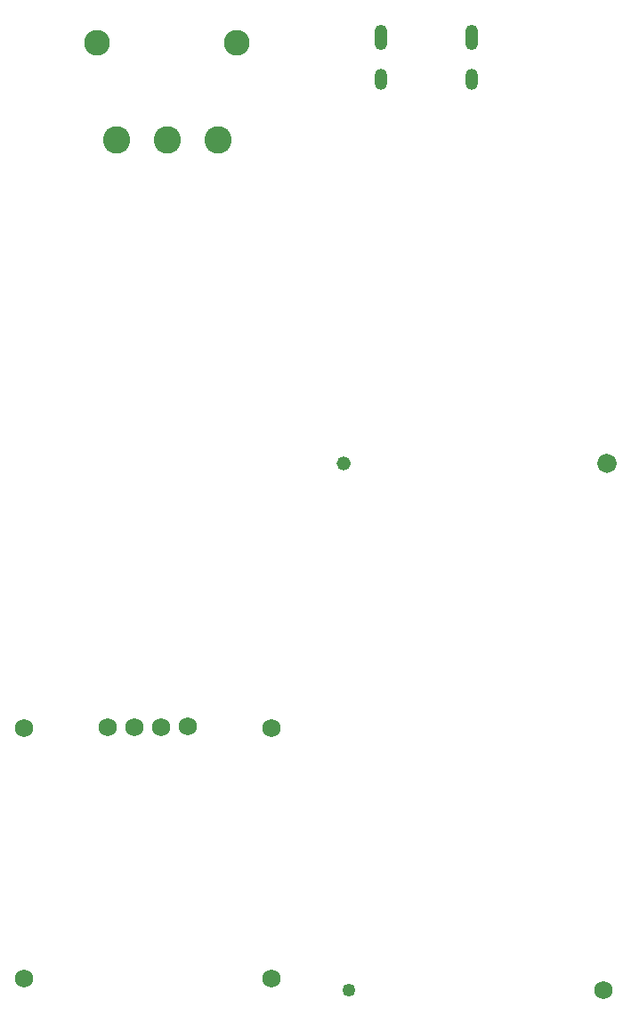
<source format=gbs>
G04 Layer_Color=16711935*
%FSLAX25Y25*%
%MOIN*%
G70*
G01*
G75*
%ADD96O,0.04737X0.07887*%
%ADD97O,0.04737X0.09461*%
%ADD98C,0.06902*%
%ADD99C,0.04934*%
%ADD100C,0.06800*%
%ADD101C,0.10249*%
%ADD102C,0.09658*%
%ADD103C,0.07202*%
%ADD104C,0.05202*%
D96*
X153023Y372152D02*
D03*
X187039D02*
D03*
D97*
X187039Y387900D02*
D03*
X153023D02*
D03*
D98*
X236332Y31410D02*
D03*
D99*
X141056D02*
D03*
D100*
X111839Y35771D02*
D03*
X19319D02*
D03*
X111839Y129472D02*
D03*
X19319D02*
D03*
X80579Y130078D02*
D03*
X70579Y129866D02*
D03*
X60579D02*
D03*
X50579D02*
D03*
D101*
X54000Y349465D02*
D03*
X72898D02*
D03*
X91795D02*
D03*
D102*
X46716Y385685D02*
D03*
X99079D02*
D03*
D103*
X237500Y228613D02*
D03*
D104*
X139075Y228613D02*
D03*
M02*

</source>
